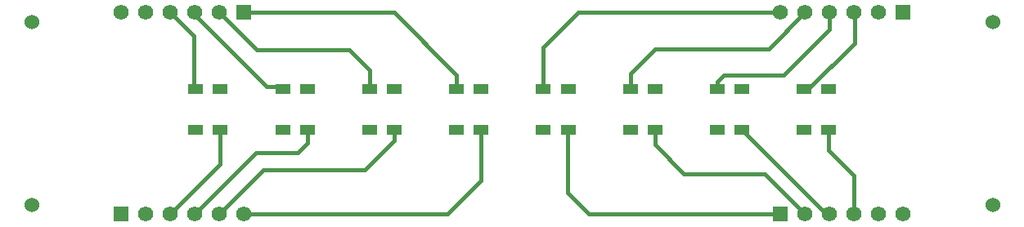
<source format=gbl>
G04*
G04 #@! TF.GenerationSoftware,Altium Limited,Altium Designer,24.0.1 (36)*
G04*
G04 Layer_Physical_Order=2*
G04 Layer_Color=16711680*
%FSLAX44Y44*%
%MOMM*%
G71*
G04*
G04 #@! TF.SameCoordinates,3286AFAA-96A6-431E-A46C-018934649B0F*
G04*
G04*
G04 #@! TF.FilePolarity,Positive*
G04*
G01*
G75*
%ADD13C,1.5700*%
%ADD14R,1.5700X1.5700*%
%ADD16C,1.5240*%
%ADD17R,1.5500X1.0000*%
%ADD18C,0.3810*%
D13*
X269700Y40600D02*
D03*
X244300D02*
D03*
X218900D02*
D03*
X193500D02*
D03*
X168100D02*
D03*
X825100Y249400D02*
D03*
X850500D02*
D03*
X875900D02*
D03*
X901300D02*
D03*
X926700D02*
D03*
X142700D02*
D03*
X168100D02*
D03*
X193500D02*
D03*
X218900D02*
D03*
X244300D02*
D03*
X850500Y40600D02*
D03*
X875900D02*
D03*
X901300D02*
D03*
X926700D02*
D03*
X952100D02*
D03*
D14*
X142700D02*
D03*
X952100Y249400D02*
D03*
X269700D02*
D03*
X825100Y40600D02*
D03*
D16*
X50000Y240000D02*
D03*
Y50000D02*
D03*
X1044800Y240000D02*
D03*
Y50000D02*
D03*
D17*
X605150Y170000D02*
D03*
X579650D02*
D03*
X605150Y128000D02*
D03*
X579650D02*
D03*
X695150Y170000D02*
D03*
X669650D02*
D03*
X695150Y128000D02*
D03*
X669650D02*
D03*
X785150Y170000D02*
D03*
X759650D02*
D03*
X785150Y128000D02*
D03*
X759650D02*
D03*
X875150Y170000D02*
D03*
X849650D02*
D03*
X875150Y128000D02*
D03*
X849650D02*
D03*
X245150Y170000D02*
D03*
X219650D02*
D03*
X245150Y128000D02*
D03*
X219650D02*
D03*
X335150Y170000D02*
D03*
X309650D02*
D03*
X335150Y128000D02*
D03*
X309650D02*
D03*
X425150Y170000D02*
D03*
X399650D02*
D03*
X425150Y128000D02*
D03*
X399650D02*
D03*
X515150Y170000D02*
D03*
X489650D02*
D03*
X515150Y128000D02*
D03*
X489650D02*
D03*
D18*
X218900Y247190D02*
X293228Y172862D01*
X306788D01*
X218900Y247190D02*
Y249400D01*
X306788Y172862D02*
X309650Y170000D01*
X766318Y184658D02*
X828294D01*
X849650Y170000D02*
X853694D01*
X480020Y40600D02*
X515150Y75730D01*
X269700Y40600D02*
X480020D01*
X901300D02*
Y80410D01*
X872551Y40600D02*
X875900D01*
X218900D02*
X282440Y104140D01*
X193500Y40600D02*
X245150Y92250D01*
X901555Y217861D02*
Y249145D01*
X875900Y232264D02*
Y249400D01*
X828294Y184658D02*
X875900Y232264D01*
X853694Y170000D02*
X901555Y217861D01*
X901300Y249400D02*
X901555Y249145D01*
X813190Y212090D02*
X850500Y249400D01*
X695452Y212090D02*
X813190D01*
X615668Y249400D02*
X825100D01*
X579628Y213360D02*
X615668Y249400D01*
X244300Y40600D02*
X290060Y86360D01*
X394970D01*
X875150Y106560D02*
X901300Y80410D01*
X875150Y106560D02*
Y128000D01*
X785150D02*
X872551Y40600D01*
X808550Y82550D02*
X850500Y40600D01*
X669544Y186182D02*
X695452Y212090D01*
X579628Y170000D02*
Y213360D01*
X759460Y177800D02*
X766318Y184658D01*
X669544Y170000D02*
Y186182D01*
X759460Y170000D02*
Y177800D01*
Y170000D02*
X759650D01*
X669544D02*
X669650D01*
X579628D02*
X579650D01*
X605028Y128000D02*
X605150D01*
X695150Y112570D02*
Y128000D01*
Y112570D02*
X725170Y82550D01*
X605028Y62484D02*
Y128000D01*
X725170Y82550D02*
X808550D01*
X605028Y62484D02*
X626912Y40600D01*
X825100D01*
X269700Y249400D02*
X424970D01*
X489650Y184720D01*
X282880Y210820D02*
X378460D01*
X399650Y189630D01*
Y170000D02*
Y189630D01*
X489650Y170000D02*
Y184720D01*
X394970Y86360D02*
X425150Y116540D01*
Y128000D01*
X335280Y114300D02*
Y128000D01*
X325120Y104140D02*
X335280Y114300D01*
X515150Y75730D02*
Y128000D01*
X335150D02*
X335280D01*
X193500Y249400D02*
X217678Y225222D01*
X244300Y249400D02*
X282880Y210820D01*
X217678Y170000D02*
Y225222D01*
Y170000D02*
X219650D01*
X245150Y92250D02*
Y128000D01*
X282440Y104140D02*
X325120D01*
M02*

</source>
